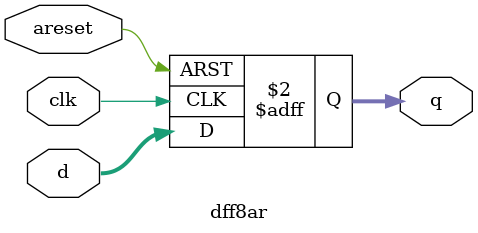
<source format=v>
module dff8ar(
	input clk,
	input [7:0] d,
	input areset,
	output reg [7:0] q);
 	
	always @(posedge clk, posedge areset)
		if (areset)
			q <= 0;
		else
			q <= d;
	
endmodule
</source>
